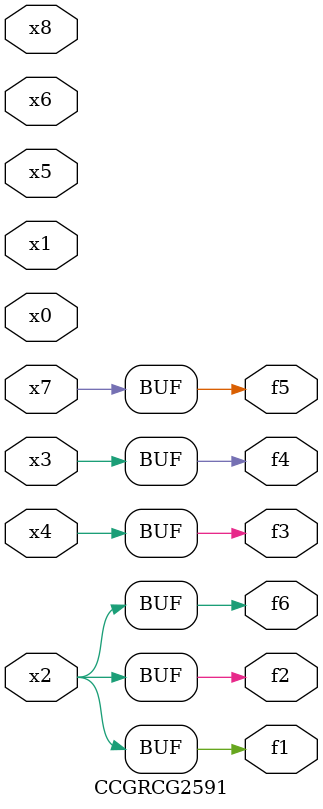
<source format=v>
module CCGRCG2591(
	input x0, x1, x2, x3, x4, x5, x6, x7, x8,
	output f1, f2, f3, f4, f5, f6
);
	assign f1 = x2;
	assign f2 = x2;
	assign f3 = x4;
	assign f4 = x3;
	assign f5 = x7;
	assign f6 = x2;
endmodule

</source>
